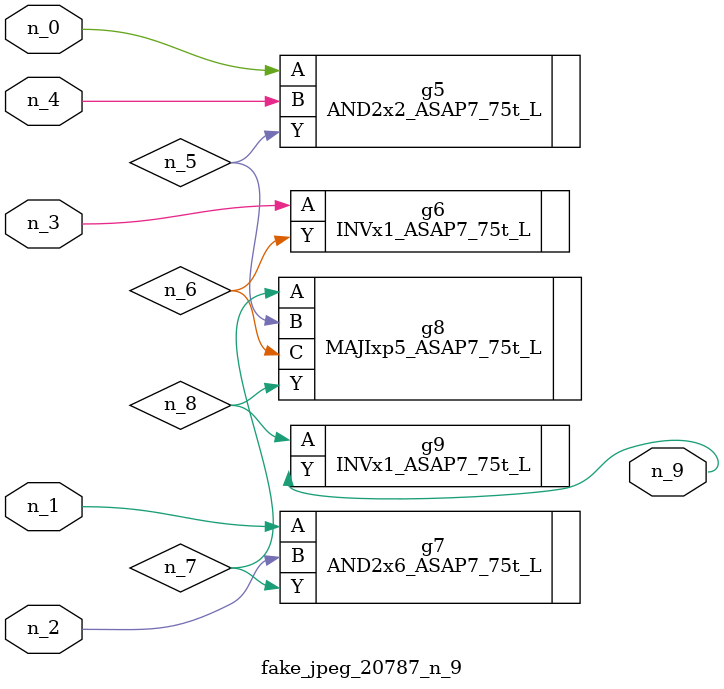
<source format=v>
module fake_jpeg_20787_n_9 (n_3, n_2, n_1, n_0, n_4, n_9);

input n_3;
input n_2;
input n_1;
input n_0;
input n_4;

output n_9;

wire n_8;
wire n_6;
wire n_5;
wire n_7;

AND2x2_ASAP7_75t_L g5 ( 
.A(n_0),
.B(n_4),
.Y(n_5)
);

INVx1_ASAP7_75t_L g6 ( 
.A(n_3),
.Y(n_6)
);

AND2x6_ASAP7_75t_L g7 ( 
.A(n_1),
.B(n_2),
.Y(n_7)
);

MAJIxp5_ASAP7_75t_L g8 ( 
.A(n_7),
.B(n_5),
.C(n_6),
.Y(n_8)
);

INVx1_ASAP7_75t_L g9 ( 
.A(n_8),
.Y(n_9)
);


endmodule
</source>
